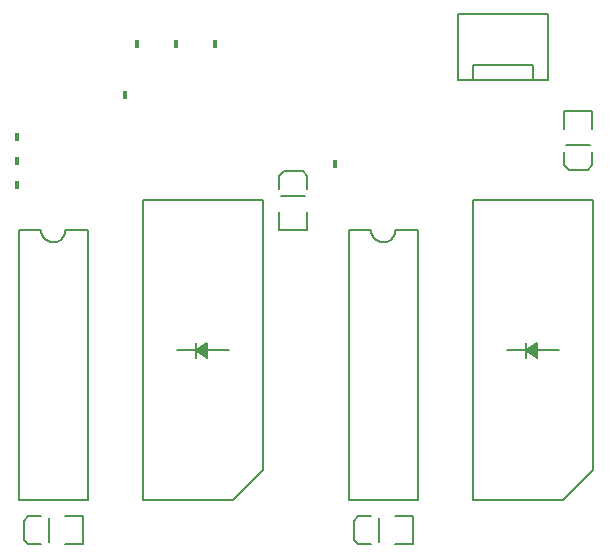
<source format=gto>
G75*
%MOIN*%
%OFA0B0*%
%FSLAX24Y24*%
%IPPOS*%
%LPD*%
%AMOC8*
5,1,8,0,0,1.08239X$1,22.5*
%
%ADD10C,0.0080*%
%ADD11C,0.0050*%
%ADD12C,0.0060*%
%ADD13R,0.0180X0.0300*%
D10*
X003116Y001665D02*
X003273Y001508D01*
X003706Y001508D01*
X003116Y001665D02*
X003116Y002295D01*
X003273Y002452D01*
X003706Y002452D01*
X004494Y002452D02*
X005084Y002452D01*
X005084Y001508D01*
X004494Y001508D01*
X007100Y002980D02*
X010100Y002980D01*
X011100Y003980D01*
X011100Y012980D01*
X007100Y012980D01*
X007100Y002980D01*
X008850Y007730D02*
X008850Y008230D01*
X008225Y007980D02*
X009975Y007980D01*
X011628Y011996D02*
X011628Y012586D01*
X011628Y011996D02*
X012572Y011996D01*
X012572Y012586D01*
X012572Y013374D02*
X012572Y013807D01*
X012415Y013964D01*
X011785Y013964D01*
X011628Y013807D01*
X011628Y013374D01*
X018100Y012980D02*
X022100Y012980D01*
X022100Y003980D01*
X021100Y002980D01*
X018100Y002980D01*
X018100Y012980D01*
X021128Y014153D02*
X021285Y013996D01*
X021915Y013996D01*
X022072Y014153D01*
X022072Y014586D01*
X022072Y015374D02*
X022072Y015964D01*
X021128Y015964D01*
X021128Y015374D01*
X021128Y014586D02*
X021128Y014153D01*
X019850Y008230D02*
X019850Y007730D01*
X019225Y007980D02*
X020975Y007980D01*
X016084Y002452D02*
X015494Y002452D01*
X016084Y002452D02*
X016084Y001508D01*
X015494Y001508D01*
X014706Y001508D02*
X014273Y001508D01*
X014116Y001665D01*
X014116Y002295D01*
X014273Y002452D01*
X014706Y002452D01*
D11*
X014950Y002380D02*
X014950Y001580D01*
X019850Y007980D02*
X020225Y007730D01*
X020225Y008230D01*
X019850Y007980D01*
X019863Y007989D02*
X020225Y007989D01*
X020225Y008037D02*
X019936Y008037D01*
X020008Y008086D02*
X020225Y008086D01*
X020225Y008134D02*
X020081Y008134D01*
X020154Y008183D02*
X020225Y008183D01*
X020225Y007940D02*
X019910Y007940D01*
X019983Y007892D02*
X020225Y007892D01*
X020225Y007843D02*
X020055Y007843D01*
X020128Y007795D02*
X020225Y007795D01*
X020225Y007746D02*
X020201Y007746D01*
X012500Y013130D02*
X011700Y013130D01*
X009225Y008230D02*
X008850Y007980D01*
X009225Y007730D01*
X009225Y008230D01*
X009225Y008183D02*
X009154Y008183D01*
X009225Y008134D02*
X009081Y008134D01*
X009008Y008086D02*
X009225Y008086D01*
X009225Y008037D02*
X008936Y008037D01*
X008863Y007989D02*
X009225Y007989D01*
X009225Y007940D02*
X008910Y007940D01*
X008983Y007892D02*
X009225Y007892D01*
X009225Y007843D02*
X009055Y007843D01*
X009128Y007795D02*
X009225Y007795D01*
X009225Y007746D02*
X009201Y007746D01*
X003950Y002380D02*
X003950Y001580D01*
X021200Y014830D02*
X022000Y014830D01*
X020600Y016980D02*
X020100Y016980D01*
X020100Y017480D01*
X018100Y017480D01*
X018100Y016980D01*
X017600Y016980D01*
X017600Y019180D01*
X020600Y019180D01*
X020600Y016980D01*
X020100Y016980D02*
X018100Y016980D01*
D12*
X016250Y011980D02*
X015500Y011980D01*
X015498Y011941D01*
X015492Y011902D01*
X015483Y011864D01*
X015470Y011827D01*
X015453Y011791D01*
X015433Y011758D01*
X015409Y011726D01*
X015383Y011697D01*
X015354Y011671D01*
X015322Y011647D01*
X015289Y011627D01*
X015253Y011610D01*
X015216Y011597D01*
X015178Y011588D01*
X015139Y011582D01*
X015100Y011580D01*
X015061Y011582D01*
X015022Y011588D01*
X014984Y011597D01*
X014947Y011610D01*
X014911Y011627D01*
X014878Y011647D01*
X014846Y011671D01*
X014817Y011697D01*
X014791Y011726D01*
X014767Y011758D01*
X014747Y011791D01*
X014730Y011827D01*
X014717Y011864D01*
X014708Y011902D01*
X014702Y011941D01*
X014700Y011980D01*
X013950Y011980D01*
X013950Y002980D01*
X016250Y002980D01*
X016250Y011980D01*
X005250Y011980D02*
X005250Y002980D01*
X002950Y002980D01*
X002950Y011980D01*
X003700Y011980D01*
X003702Y011941D01*
X003708Y011902D01*
X003717Y011864D01*
X003730Y011827D01*
X003747Y011791D01*
X003767Y011758D01*
X003791Y011726D01*
X003817Y011697D01*
X003846Y011671D01*
X003878Y011647D01*
X003911Y011627D01*
X003947Y011610D01*
X003984Y011597D01*
X004022Y011588D01*
X004061Y011582D01*
X004100Y011580D01*
X004139Y011582D01*
X004178Y011588D01*
X004216Y011597D01*
X004253Y011610D01*
X004289Y011627D01*
X004322Y011647D01*
X004354Y011671D01*
X004383Y011697D01*
X004409Y011726D01*
X004433Y011758D01*
X004453Y011791D01*
X004470Y011827D01*
X004483Y011864D01*
X004492Y011902D01*
X004498Y011941D01*
X004500Y011980D01*
X005250Y011980D01*
D13*
X002900Y013480D03*
X002900Y014280D03*
X002900Y015080D03*
X006500Y016480D03*
X006900Y018180D03*
X008200Y018180D03*
X009500Y018180D03*
X013500Y014180D03*
M02*

</source>
